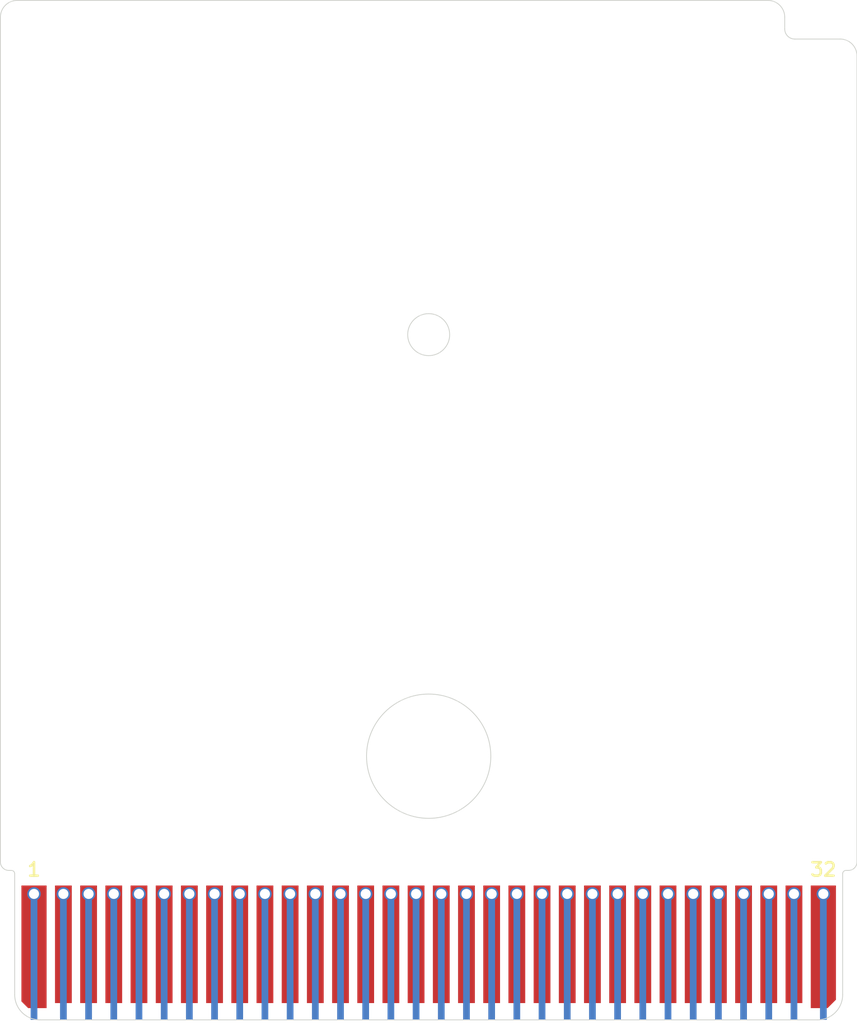
<source format=kicad_pcb>
(kicad_pcb (version 20171130) (host pcbnew "(5.1.6-0-10_14)")

  (general
    (thickness 0.8)
    (drawings 22)
    (tracks 0)
    (zones 0)
    (modules 1)
    (nets 33)
  )

  (page A4)
  (layers
    (0 F.Cu signal)
    (31 B.Cu signal)
    (32 B.Adhes user)
    (33 F.Adhes user)
    (34 B.Paste user)
    (35 F.Paste user)
    (36 B.SilkS user)
    (37 F.SilkS user)
    (38 B.Mask user)
    (39 F.Mask user hide)
    (40 Dwgs.User user)
    (41 Cmts.User user)
    (42 Eco1.User user)
    (43 Eco2.User user)
    (44 Edge.Cuts user)
    (45 Margin user)
    (46 B.CrtYd user)
    (47 F.CrtYd user)
    (48 B.Fab user)
    (49 F.Fab user)
  )

  (setup
    (last_trace_width 0.25)
    (trace_clearance 0.2)
    (zone_clearance 0.508)
    (zone_45_only no)
    (trace_min 0.2)
    (via_size 0.8)
    (via_drill 0.4)
    (via_min_size 0.4)
    (via_min_drill 0.3)
    (uvia_size 0.3)
    (uvia_drill 0.1)
    (uvias_allowed no)
    (uvia_min_size 0.2)
    (uvia_min_drill 0.1)
    (edge_width 0.05)
    (segment_width 0.2)
    (pcb_text_width 0.3)
    (pcb_text_size 1.5 1.5)
    (mod_edge_width 0.12)
    (mod_text_size 1 1)
    (mod_text_width 0.15)
    (pad_size 1.524 1.524)
    (pad_drill 0.762)
    (pad_to_mask_clearance 0.05)
    (aux_axis_origin 0 0)
    (visible_elements FFFFFF7F)
    (pcbplotparams
      (layerselection 0x010fc_ffffffff)
      (usegerberextensions false)
      (usegerberattributes true)
      (usegerberadvancedattributes true)
      (creategerberjobfile true)
      (excludeedgelayer true)
      (linewidth 0.100000)
      (plotframeref false)
      (viasonmask false)
      (mode 1)
      (useauxorigin false)
      (hpglpennumber 1)
      (hpglpenspeed 20)
      (hpglpendiameter 15.000000)
      (psnegative false)
      (psa4output false)
      (plotreference true)
      (plotvalue true)
      (plotinvisibletext false)
      (padsonsilk false)
      (subtractmaskfromsilk false)
      (outputformat 1)
      (mirror false)
      (drillshape 1)
      (scaleselection 1)
      (outputdirectory ""))
  )

  (net 0 "")
  (net 1 "Net-(J1-Pad32)")
  (net 2 "Net-(J1-Pad1)")
  (net 3 "Net-(J1-Pad31)")
  (net 4 "Net-(J1-Pad30)")
  (net 5 "Net-(J1-Pad29)")
  (net 6 "Net-(J1-Pad28)")
  (net 7 "Net-(J1-Pad27)")
  (net 8 "Net-(J1-Pad26)")
  (net 9 "Net-(J1-Pad25)")
  (net 10 "Net-(J1-Pad24)")
  (net 11 "Net-(J1-Pad23)")
  (net 12 "Net-(J1-Pad22)")
  (net 13 "Net-(J1-Pad21)")
  (net 14 "Net-(J1-Pad20)")
  (net 15 "Net-(J1-Pad19)")
  (net 16 "Net-(J1-Pad18)")
  (net 17 "Net-(J1-Pad17)")
  (net 18 "Net-(J1-Pad16)")
  (net 19 "Net-(J1-Pad15)")
  (net 20 "Net-(J1-Pad14)")
  (net 21 "Net-(J1-Pad13)")
  (net 22 "Net-(J1-Pad12)")
  (net 23 "Net-(J1-Pad11)")
  (net 24 "Net-(J1-Pad10)")
  (net 25 "Net-(J1-Pad9)")
  (net 26 "Net-(J1-Pad8)")
  (net 27 "Net-(J1-Pad7)")
  (net 28 "Net-(J1-Pad6)")
  (net 29 "Net-(J1-Pad5)")
  (net 30 "Net-(J1-Pad4)")
  (net 31 "Net-(J1-Pad3)")
  (net 32 "Net-(J1-Pad2)")

  (net_class Default "This is the default net class."
    (clearance 0.2)
    (trace_width 0.25)
    (via_dia 0.8)
    (via_drill 0.4)
    (uvia_dia 0.3)
    (uvia_drill 0.1)
    (add_net "Net-(J1-Pad1)")
    (add_net "Net-(J1-Pad10)")
    (add_net "Net-(J1-Pad11)")
    (add_net "Net-(J1-Pad12)")
    (add_net "Net-(J1-Pad13)")
    (add_net "Net-(J1-Pad14)")
    (add_net "Net-(J1-Pad15)")
    (add_net "Net-(J1-Pad16)")
    (add_net "Net-(J1-Pad17)")
    (add_net "Net-(J1-Pad18)")
    (add_net "Net-(J1-Pad19)")
    (add_net "Net-(J1-Pad2)")
    (add_net "Net-(J1-Pad20)")
    (add_net "Net-(J1-Pad21)")
    (add_net "Net-(J1-Pad22)")
    (add_net "Net-(J1-Pad23)")
    (add_net "Net-(J1-Pad24)")
    (add_net "Net-(J1-Pad25)")
    (add_net "Net-(J1-Pad26)")
    (add_net "Net-(J1-Pad27)")
    (add_net "Net-(J1-Pad28)")
    (add_net "Net-(J1-Pad29)")
    (add_net "Net-(J1-Pad3)")
    (add_net "Net-(J1-Pad30)")
    (add_net "Net-(J1-Pad31)")
    (add_net "Net-(J1-Pad32)")
    (add_net "Net-(J1-Pad4)")
    (add_net "Net-(J1-Pad5)")
    (add_net "Net-(J1-Pad6)")
    (add_net "Net-(J1-Pad7)")
    (add_net "Net-(J1-Pad8)")
    (add_net "Net-(J1-Pad9)")
  )

  (module Connector_GameBoy:GameBoy_GamePak_CGB-002_P1.50mm_Edge (layer F.Cu) (tedit 5EDD6547) (tstamp 5EDD66E2)
    (at 150 130.8)
    (descr "Game Boy Game Pak (CGB) edge connector")
    (tags "game boy game pak cgb gbc color edge connector")
    (path /5EDD43EE)
    (fp_text reference J1 (at -22.05 -9.05) (layer F.Fab) hide
      (effects (font (size 1 1) (thickness 0.15)) (justify left))
    )
    (fp_text value GameBoy_GamePak_CGB-002 (at 0 1.5) (layer F.Fab) hide
      (effects (font (size 1 1) (thickness 0.15)))
    )
    (fp_arc (start 24.85 -8.7) (end 24.85 -8.9) (angle -90) (layer F.Fab) (width 0.05))
    (fp_arc (start 25 -9.4) (end 25 -8.9) (angle -90) (layer F.Fab) (width 0.05))
    (fp_arc (start -24.85 -8.7) (end -24.65 -8.7) (angle -90) (layer F.Fab) (width 0.05))
    (fp_arc (start -25 -9.4) (end -25.5 -9.4) (angle -90) (layer F.Fab) (width 0.05))
    (fp_text user 32 (at 23.5 -8.95) (layer F.SilkS)
      (effects (font (size 0.8 0.8) (thickness 0.15)))
    )
    (fp_arc (start 23.15 -1.5) (end 23.15 0) (angle -90) (layer F.Fab) (width 0.05))
    (fp_arc (start -23.15 -1.5) (end -24.65 -1.5) (angle -90) (layer F.Fab) (width 0.05))
    (fp_text user 1 (at -23.5 -8.95) (layer F.SilkS)
      (effects (font (size 0.8 0.8) (thickness 0.15)))
    )
    (fp_poly (pts (xy -23.3 0) (xy -23.7 0) (xy -23.7 -7.2) (xy -23.3 -7.2)) (layer B.Cu) (width 0))
    (fp_poly (pts (xy -21.55 0) (xy -21.95 0) (xy -21.95 -7.2) (xy -21.55 -7.2)) (layer B.Cu) (width 0))
    (fp_line (start -23.15 0) (end 23.15 0) (layer F.Fab) (width 0.05))
    (fp_poly (pts (xy 24.9 0.25) (xy -24.9 0.25) (xy -24.9 -7) (xy 24.9 -7)) (layer F.Mask) (width 0))
    (fp_line (start 24.65 -1.5) (end 24.65 -8.7) (layer F.Fab) (width 0.05))
    (fp_line (start -25 -8.9) (end -24.85 -8.9) (layer F.Fab) (width 0.05))
    (fp_line (start 24.85 -8.9) (end 25 -8.9) (layer F.Fab) (width 0.05))
    (fp_line (start -24.65 -1.5) (end -24.65 -8.7) (layer F.Fab) (width 0.05))
    (fp_poly (pts (xy 23.7 0) (xy 23.3 0) (xy 23.3 -7.2) (xy 23.7 -7.2)) (layer B.Cu) (width 0))
    (fp_poly (pts (xy -20.05 0) (xy -20.45 0) (xy -20.45 -7.2) (xy -20.05 -7.2)) (layer B.Cu) (width 0))
    (fp_poly (pts (xy -18.55 0) (xy -18.95 0) (xy -18.95 -7.2) (xy -18.55 -7.2)) (layer B.Cu) (width 0))
    (fp_poly (pts (xy -17.05 0) (xy -17.45 0) (xy -17.45 -7.2) (xy -17.05 -7.2)) (layer B.Cu) (width 0))
    (fp_poly (pts (xy -15.55 0) (xy -15.95 0) (xy -15.95 -7.2) (xy -15.55 -7.2)) (layer B.Cu) (width 0))
    (fp_poly (pts (xy -14.05 0) (xy -14.45 0) (xy -14.45 -7.2) (xy -14.05 -7.2)) (layer B.Cu) (width 0))
    (fp_poly (pts (xy -12.55 0) (xy -12.95 0) (xy -12.95 -7.2) (xy -12.55 -7.2)) (layer B.Cu) (width 0))
    (fp_poly (pts (xy -11.05 0) (xy -11.45 0) (xy -11.45 -7.2) (xy -11.05 -7.2)) (layer B.Cu) (width 0))
    (fp_poly (pts (xy -9.55 0) (xy -9.95 0) (xy -9.95 -7.2) (xy -9.55 -7.2)) (layer B.Cu) (width 0))
    (fp_poly (pts (xy -8.05 0) (xy -8.45 0) (xy -8.45 -7.2) (xy -8.05 -7.2)) (layer B.Cu) (width 0))
    (fp_poly (pts (xy -6.55 0) (xy -6.95 0) (xy -6.95 -7.2) (xy -6.55 -7.2)) (layer B.Cu) (width 0))
    (fp_poly (pts (xy -5.05 0) (xy -5.45 0) (xy -5.45 -7.2) (xy -5.05 -7.2)) (layer B.Cu) (width 0))
    (fp_poly (pts (xy -3.55 0) (xy -3.95 0) (xy -3.95 -7.2) (xy -3.55 -7.2)) (layer B.Cu) (width 0))
    (fp_poly (pts (xy -2.05 0) (xy -2.45 0) (xy -2.45 -7.2) (xy -2.05 -7.2)) (layer B.Cu) (width 0))
    (fp_poly (pts (xy -0.55 0) (xy -0.95 0) (xy -0.95 -7.2) (xy -0.55 -7.2)) (layer B.Cu) (width 0))
    (fp_poly (pts (xy 0.95 0) (xy 0.55 0) (xy 0.55 -7.2) (xy 0.95 -7.2)) (layer B.Cu) (width 0))
    (fp_poly (pts (xy 2.45 0) (xy 2.05 0) (xy 2.05 -7.2) (xy 2.45 -7.2)) (layer B.Cu) (width 0))
    (fp_poly (pts (xy 3.95 0) (xy 3.55 0) (xy 3.55 -7.2) (xy 3.95 -7.2)) (layer B.Cu) (width 0))
    (fp_poly (pts (xy 5.45 0) (xy 5.05 0) (xy 5.05 -7.2) (xy 5.45 -7.2)) (layer B.Cu) (width 0))
    (fp_poly (pts (xy 6.95 0) (xy 6.55 0) (xy 6.55 -7.2) (xy 6.95 -7.2)) (layer B.Cu) (width 0))
    (fp_poly (pts (xy 8.45 0) (xy 8.05 0) (xy 8.05 -7.2) (xy 8.45 -7.2)) (layer B.Cu) (width 0))
    (fp_poly (pts (xy 9.95 0) (xy 9.55 0) (xy 9.55 -7.2) (xy 9.95 -7.2)) (layer B.Cu) (width 0))
    (fp_poly (pts (xy 11.45 0) (xy 11.05 0) (xy 11.05 -7.2) (xy 11.45 -7.2)) (layer B.Cu) (width 0))
    (fp_poly (pts (xy 12.95 0) (xy 12.55 0) (xy 12.55 -7.2) (xy 12.95 -7.2)) (layer B.Cu) (width 0))
    (fp_poly (pts (xy 14.45 0) (xy 14.05 0) (xy 14.05 -7.2) (xy 14.45 -7.2)) (layer B.Cu) (width 0))
    (fp_poly (pts (xy 15.95 0) (xy 15.55 0) (xy 15.55 -7.2) (xy 15.95 -7.2)) (layer B.Cu) (width 0))
    (fp_poly (pts (xy 17.45 0) (xy 17.05 0) (xy 17.05 -7.2) (xy 17.45 -7.2)) (layer B.Cu) (width 0))
    (fp_poly (pts (xy 18.95 0) (xy 18.55 0) (xy 18.55 -7.2) (xy 18.95 -7.2)) (layer B.Cu) (width 0))
    (fp_poly (pts (xy 20.45 0) (xy 20.05 0) (xy 20.05 -7.2) (xy 20.45 -7.2)) (layer B.Cu) (width 0))
    (fp_poly (pts (xy 21.95 0) (xy 21.55 0) (xy 21.55 -7.2) (xy 21.95 -7.2)) (layer B.Cu) (width 0))
    (pad 32 connect custom (at 23.5 -7.5) (size 0.8 0.8) (layers F.Cu)
      (net 1 "Net-(J1-Pad32)") (zone_connect 0)
      (options (clearance outline) (anchor rect))
      (primitives
        (gr_poly (pts
           (xy -0.75 6.8) (xy -0.75 -0.5) (xy 0.75 -0.5) (xy 0.75 6.3) (xy 0.25 6.8)
) (width 0))
      ))
    (pad 1 connect custom (at -23.5 -7.5) (size 0.8 0.8) (layers F.Cu)
      (net 2 "Net-(J1-Pad1)") (zone_connect 0)
      (options (clearance outline) (anchor rect))
      (primitives
        (gr_poly (pts
           (xy -0.75 6.4) (xy -0.75 -0.5) (xy 0.75 -0.5) (xy 0.75 6.8) (xy -0.35 6.8)
) (width 0))
      ))
    (pad 31 thru_hole circle (at 21.75 -7.5) (size 0.8 0.8) (drill 0.6) (layers *.Cu *.Mask)
      (net 3 "Net-(J1-Pad31)"))
    (pad 30 thru_hole circle (at 20.25 -7.5) (size 0.8 0.8) (drill 0.6) (layers *.Cu *.Mask)
      (net 4 "Net-(J1-Pad30)"))
    (pad 29 thru_hole circle (at 18.75 -7.5) (size 0.8 0.8) (drill 0.6) (layers *.Cu *.Mask)
      (net 5 "Net-(J1-Pad29)"))
    (pad 28 thru_hole circle (at 17.25 -7.5) (size 0.8 0.8) (drill 0.6) (layers *.Cu *.Mask)
      (net 6 "Net-(J1-Pad28)"))
    (pad 27 thru_hole circle (at 15.75 -7.5) (size 0.8 0.8) (drill 0.6) (layers *.Cu *.Mask)
      (net 7 "Net-(J1-Pad27)"))
    (pad 26 thru_hole circle (at 14.25 -7.5) (size 0.8 0.8) (drill 0.6) (layers *.Cu *.Mask)
      (net 8 "Net-(J1-Pad26)"))
    (pad 25 thru_hole circle (at 12.75 -7.5) (size 0.8 0.8) (drill 0.6) (layers *.Cu *.Mask)
      (net 9 "Net-(J1-Pad25)"))
    (pad 24 thru_hole circle (at 11.25 -7.5) (size 0.8 0.8) (drill 0.6) (layers *.Cu *.Mask)
      (net 10 "Net-(J1-Pad24)"))
    (pad 23 thru_hole circle (at 9.75 -7.5) (size 0.8 0.8) (drill 0.6) (layers *.Cu *.Mask)
      (net 11 "Net-(J1-Pad23)"))
    (pad 22 thru_hole circle (at 8.25 -7.5) (size 0.8 0.8) (drill 0.6) (layers *.Cu *.Mask)
      (net 12 "Net-(J1-Pad22)"))
    (pad 21 thru_hole circle (at 6.75 -7.5) (size 0.8 0.8) (drill 0.6) (layers *.Cu *.Mask)
      (net 13 "Net-(J1-Pad21)"))
    (pad 20 thru_hole circle (at 5.25 -7.5) (size 0.8 0.8) (drill 0.6) (layers *.Cu *.Mask)
      (net 14 "Net-(J1-Pad20)"))
    (pad 19 thru_hole circle (at 3.75 -7.5) (size 0.8 0.8) (drill 0.6) (layers *.Cu *.Mask)
      (net 15 "Net-(J1-Pad19)"))
    (pad 18 thru_hole circle (at 2.25 -7.5) (size 0.8 0.8) (drill 0.6) (layers *.Cu *.Mask)
      (net 16 "Net-(J1-Pad18)"))
    (pad 17 thru_hole circle (at 0.75 -7.5) (size 0.8 0.8) (drill 0.6) (layers *.Cu *.Mask)
      (net 17 "Net-(J1-Pad17)"))
    (pad 16 thru_hole circle (at -0.75 -7.5) (size 0.8 0.8) (drill 0.6) (layers *.Cu *.Mask)
      (net 18 "Net-(J1-Pad16)"))
    (pad 15 thru_hole circle (at -2.25 -7.5) (size 0.8 0.8) (drill 0.6) (layers *.Cu *.Mask)
      (net 19 "Net-(J1-Pad15)"))
    (pad 14 thru_hole circle (at -3.75 -7.5) (size 0.8 0.8) (drill 0.6) (layers *.Cu *.Mask)
      (net 20 "Net-(J1-Pad14)"))
    (pad 13 thru_hole circle (at -5.25 -7.5) (size 0.8 0.8) (drill 0.6) (layers *.Cu *.Mask)
      (net 21 "Net-(J1-Pad13)"))
    (pad 12 thru_hole circle (at -6.75 -7.5) (size 0.8 0.8) (drill 0.6) (layers *.Cu *.Mask)
      (net 22 "Net-(J1-Pad12)"))
    (pad 11 thru_hole circle (at -8.25 -7.5) (size 0.8 0.8) (drill 0.6) (layers *.Cu *.Mask)
      (net 23 "Net-(J1-Pad11)"))
    (pad 10 thru_hole circle (at -9.75 -7.5) (size 0.8 0.8) (drill 0.6) (layers *.Cu *.Mask)
      (net 24 "Net-(J1-Pad10)"))
    (pad 9 thru_hole circle (at -11.25 -7.5) (size 0.8 0.8) (drill 0.6) (layers *.Cu *.Mask)
      (net 25 "Net-(J1-Pad9)"))
    (pad 8 thru_hole circle (at -12.75 -7.5) (size 0.8 0.8) (drill 0.6) (layers *.Cu *.Mask)
      (net 26 "Net-(J1-Pad8)"))
    (pad 7 thru_hole circle (at -14.25 -7.5) (size 0.8 0.8) (drill 0.6) (layers *.Cu *.Mask)
      (net 27 "Net-(J1-Pad7)"))
    (pad 6 thru_hole circle (at -15.75 -7.5) (size 0.8 0.8) (drill 0.6) (layers *.Cu *.Mask)
      (net 28 "Net-(J1-Pad6)"))
    (pad 5 thru_hole circle (at -17.25 -7.5) (size 0.8 0.8) (drill 0.6) (layers *.Cu *.Mask)
      (net 29 "Net-(J1-Pad5)"))
    (pad 4 thru_hole circle (at -18.75 -7.5) (size 0.8 0.8) (drill 0.6) (layers *.Cu *.Mask)
      (net 30 "Net-(J1-Pad4)"))
    (pad 3 thru_hole circle (at -20.25 -7.5) (size 0.8 0.8) (drill 0.6) (layers *.Cu *.Mask)
      (net 31 "Net-(J1-Pad3)"))
    (pad 31 connect custom (at 21.75 -7.5) (size 0.8 0.8) (layers F.Cu)
      (net 3 "Net-(J1-Pad31)")
      (options (clearance outline) (anchor rect))
      (primitives
        (gr_poly (pts
           (xy 0.5 6.5) (xy -0.5 6.5) (xy -0.5 -0.5) (xy 0.5 -0.5)) (width 0))
      ))
    (pad 30 connect custom (at 20.25 -7.5) (size 0.8 0.8) (layers F.Cu)
      (net 4 "Net-(J1-Pad30)")
      (options (clearance outline) (anchor rect))
      (primitives
        (gr_poly (pts
           (xy 0.5 6.5) (xy -0.5 6.5) (xy -0.5 -0.5) (xy 0.5 -0.5)) (width 0))
      ))
    (pad 29 connect custom (at 18.75 -7.5) (size 0.8 0.8) (layers F.Cu)
      (net 5 "Net-(J1-Pad29)")
      (options (clearance outline) (anchor rect))
      (primitives
        (gr_poly (pts
           (xy 0.5 6.5) (xy -0.5 6.5) (xy -0.5 -0.5) (xy 0.5 -0.5)) (width 0))
      ))
    (pad 28 connect custom (at 17.25 -7.5) (size 0.8 0.8) (layers F.Cu)
      (net 6 "Net-(J1-Pad28)")
      (options (clearance outline) (anchor rect))
      (primitives
        (gr_poly (pts
           (xy 0.5 6.5) (xy -0.5 6.5) (xy -0.5 -0.5) (xy 0.5 -0.5)) (width 0))
      ))
    (pad 27 connect custom (at 15.75 -7.5) (size 0.8 0.8) (layers F.Cu)
      (net 7 "Net-(J1-Pad27)")
      (options (clearance outline) (anchor rect))
      (primitives
        (gr_poly (pts
           (xy 0.5 6.5) (xy -0.5 6.5) (xy -0.5 -0.5) (xy 0.5 -0.5)) (width 0))
      ))
    (pad 26 connect custom (at 14.25 -7.5) (size 0.8 0.8) (layers F.Cu)
      (net 8 "Net-(J1-Pad26)")
      (options (clearance outline) (anchor rect))
      (primitives
        (gr_poly (pts
           (xy 0.5 6.5) (xy -0.5 6.5) (xy -0.5 -0.5) (xy 0.5 -0.5)) (width 0))
      ))
    (pad 25 connect custom (at 12.75 -7.5) (size 0.8 0.8) (layers F.Cu)
      (net 9 "Net-(J1-Pad25)")
      (options (clearance outline) (anchor rect))
      (primitives
        (gr_poly (pts
           (xy 0.5 6.5) (xy -0.5 6.5) (xy -0.5 -0.5) (xy 0.5 -0.5)) (width 0))
      ))
    (pad 24 connect custom (at 11.25 -7.5) (size 0.8 0.8) (layers F.Cu)
      (net 10 "Net-(J1-Pad24)")
      (options (clearance outline) (anchor rect))
      (primitives
        (gr_poly (pts
           (xy 0.5 6.5) (xy -0.5 6.5) (xy -0.5 -0.5) (xy 0.5 -0.5)) (width 0))
      ))
    (pad 23 connect custom (at 9.75 -7.5) (size 0.8 0.8) (layers F.Cu)
      (net 11 "Net-(J1-Pad23)")
      (options (clearance outline) (anchor rect))
      (primitives
        (gr_poly (pts
           (xy 0.5 6.5) (xy -0.5 6.5) (xy -0.5 -0.5) (xy 0.5 -0.5)) (width 0))
      ))
    (pad 22 connect custom (at 8.25 -7.5) (size 0.8 0.8) (layers F.Cu)
      (net 12 "Net-(J1-Pad22)")
      (options (clearance outline) (anchor rect))
      (primitives
        (gr_poly (pts
           (xy 0.5 6.5) (xy -0.5 6.5) (xy -0.5 -0.5) (xy 0.5 -0.5)) (width 0))
      ))
    (pad 21 connect custom (at 6.75 -7.5) (size 0.8 0.8) (layers F.Cu)
      (net 13 "Net-(J1-Pad21)")
      (options (clearance outline) (anchor rect))
      (primitives
        (gr_poly (pts
           (xy 0.5 6.5) (xy -0.5 6.5) (xy -0.5 -0.5) (xy 0.5 -0.5)) (width 0))
      ))
    (pad 20 connect custom (at 5.25 -7.5) (size 0.8 0.8) (layers F.Cu)
      (net 14 "Net-(J1-Pad20)")
      (options (clearance outline) (anchor rect))
      (primitives
        (gr_poly (pts
           (xy 0.5 6.5) (xy -0.5 6.5) (xy -0.5 -0.5) (xy 0.5 -0.5)) (width 0))
      ))
    (pad 19 connect custom (at 3.75 -7.5) (size 0.8 0.8) (layers F.Cu)
      (net 15 "Net-(J1-Pad19)")
      (options (clearance outline) (anchor rect))
      (primitives
        (gr_poly (pts
           (xy 0.5 6.5) (xy -0.5 6.5) (xy -0.5 -0.5) (xy 0.5 -0.5)) (width 0))
      ))
    (pad 18 connect custom (at 2.25 -7.5) (size 0.8 0.8) (layers F.Cu)
      (net 16 "Net-(J1-Pad18)")
      (options (clearance outline) (anchor rect))
      (primitives
        (gr_poly (pts
           (xy 0.5 6.5) (xy -0.5 6.5) (xy -0.5 -0.5) (xy 0.5 -0.5)) (width 0))
      ))
    (pad 17 connect custom (at 0.75 -7.5) (size 0.8 0.8) (layers F.Cu)
      (net 17 "Net-(J1-Pad17)")
      (options (clearance outline) (anchor rect))
      (primitives
        (gr_poly (pts
           (xy 0.5 6.5) (xy -0.5 6.5) (xy -0.5 -0.5) (xy 0.5 -0.5)) (width 0))
      ))
    (pad 16 connect custom (at -0.75 -7.5) (size 0.8 0.8) (layers F.Cu)
      (net 18 "Net-(J1-Pad16)")
      (options (clearance outline) (anchor rect))
      (primitives
        (gr_poly (pts
           (xy 0.5 6.5) (xy -0.5 6.5) (xy -0.5 -0.5) (xy 0.5 -0.5)) (width 0))
      ))
    (pad 15 connect custom (at -2.25 -7.5) (size 0.8 0.8) (layers F.Cu)
      (net 19 "Net-(J1-Pad15)")
      (options (clearance outline) (anchor rect))
      (primitives
        (gr_poly (pts
           (xy 0.5 6.5) (xy -0.5 6.5) (xy -0.5 -0.5) (xy 0.5 -0.5)) (width 0))
      ))
    (pad 14 connect custom (at -3.75 -7.5) (size 0.8 0.8) (layers F.Cu)
      (net 20 "Net-(J1-Pad14)")
      (options (clearance outline) (anchor rect))
      (primitives
        (gr_poly (pts
           (xy 0.5 6.5) (xy -0.5 6.5) (xy -0.5 -0.5) (xy 0.5 -0.5)) (width 0))
      ))
    (pad 13 connect custom (at -5.25 -7.5) (size 0.8 0.8) (layers F.Cu)
      (net 21 "Net-(J1-Pad13)")
      (options (clearance outline) (anchor rect))
      (primitives
        (gr_poly (pts
           (xy 0.5 6.5) (xy -0.5 6.5) (xy -0.5 -0.5) (xy 0.5 -0.5)) (width 0))
      ))
    (pad 12 connect custom (at -6.75 -7.5) (size 0.8 0.8) (layers F.Cu)
      (net 22 "Net-(J1-Pad12)")
      (options (clearance outline) (anchor rect))
      (primitives
        (gr_poly (pts
           (xy 0.5 6.5) (xy -0.5 6.5) (xy -0.5 -0.5) (xy 0.5 -0.5)) (width 0))
      ))
    (pad 11 connect custom (at -8.25 -7.5) (size 0.8 0.8) (layers F.Cu)
      (net 23 "Net-(J1-Pad11)")
      (options (clearance outline) (anchor rect))
      (primitives
        (gr_poly (pts
           (xy 0.5 6.5) (xy -0.5 6.5) (xy -0.5 -0.5) (xy 0.5 -0.5)) (width 0))
      ))
    (pad 10 connect custom (at -9.75 -7.5) (size 0.8 0.8) (layers F.Cu)
      (net 24 "Net-(J1-Pad10)")
      (options (clearance outline) (anchor rect))
      (primitives
        (gr_poly (pts
           (xy 0.5 6.5) (xy -0.5 6.5) (xy -0.5 -0.5) (xy 0.5 -0.5)) (width 0))
      ))
    (pad 9 connect custom (at -11.25 -7.5) (size 0.8 0.8) (layers F.Cu)
      (net 25 "Net-(J1-Pad9)")
      (options (clearance outline) (anchor rect))
      (primitives
        (gr_poly (pts
           (xy 0.5 6.5) (xy -0.5 6.5) (xy -0.5 -0.5) (xy 0.5 -0.5)) (width 0))
      ))
    (pad 8 connect custom (at -12.75 -7.5) (size 0.8 0.8) (layers F.Cu)
      (net 26 "Net-(J1-Pad8)")
      (options (clearance outline) (anchor rect))
      (primitives
        (gr_poly (pts
           (xy 0.5 6.5) (xy -0.5 6.5) (xy -0.5 -0.5) (xy 0.5 -0.5)) (width 0))
      ))
    (pad 7 connect custom (at -14.25 -7.5) (size 0.8 0.8) (layers F.Cu)
      (net 27 "Net-(J1-Pad7)")
      (options (clearance outline) (anchor rect))
      (primitives
        (gr_poly (pts
           (xy 0.5 6.5) (xy -0.5 6.5) (xy -0.5 -0.5) (xy 0.5 -0.5)) (width 0))
      ))
    (pad 6 connect custom (at -15.75 -7.5) (size 0.8 0.8) (layers F.Cu)
      (net 28 "Net-(J1-Pad6)")
      (options (clearance outline) (anchor rect))
      (primitives
        (gr_poly (pts
           (xy 0.5 6.5) (xy -0.5 6.5) (xy -0.5 -0.5) (xy 0.5 -0.5)) (width 0))
      ))
    (pad 5 connect custom (at -17.25 -7.5) (size 0.8 0.8) (layers F.Cu)
      (net 29 "Net-(J1-Pad5)")
      (options (clearance outline) (anchor rect))
      (primitives
        (gr_poly (pts
           (xy 0.5 6.5) (xy -0.5 6.5) (xy -0.5 -0.5) (xy 0.5 -0.5)) (width 0))
      ))
    (pad 4 connect custom (at -18.75 -7.5) (size 0.8 0.8) (layers F.Cu)
      (net 30 "Net-(J1-Pad4)")
      (options (clearance outline) (anchor rect))
      (primitives
        (gr_poly (pts
           (xy 0.5 6.5) (xy -0.5 6.5) (xy -0.5 -0.5) (xy 0.5 -0.5)) (width 0))
      ))
    (pad 3 connect custom (at -20.25 -7.5) (size 0.8 0.8) (layers F.Cu)
      (net 31 "Net-(J1-Pad3)")
      (options (clearance outline) (anchor rect))
      (primitives
        (gr_poly (pts
           (xy 0.5 6.5) (xy -0.5 6.5) (xy -0.5 -0.5) (xy 0.5 -0.5)) (width 0))
      ))
    (pad 2 connect custom (at -21.75 -7.5) (size 0.8 0.8) (layers F.Cu)
      (net 32 "Net-(J1-Pad2)")
      (options (clearance outline) (anchor rect))
      (primitives
        (gr_poly (pts
           (xy 0.5 6.5) (xy -0.5 6.5) (xy -0.5 -0.5) (xy 0.5 -0.5)) (width 0))
      ))
    (pad 32 thru_hole circle (at 23.5 -7.5) (size 0.8 0.8) (drill 0.6) (layers *.Cu *.Mask)
      (net 1 "Net-(J1-Pad32)"))
    (pad 1 thru_hole circle (at -23.5 -7.5) (size 0.8 0.8) (drill 0.6) (layers *.Cu *.Mask)
      (net 2 "Net-(J1-Pad1)"))
    (pad 2 thru_hole circle (at -21.75 -7.5) (size 0.8 0.8) (drill 0.6) (layers *.Cu *.Mask)
      (net 32 "Net-(J1-Pad2)"))
  )

  (gr_arc (start 125.15 122.1) (end 125.35 122.1) (angle -90) (layer Edge.Cuts) (width 0.05) (tstamp 5EDBF176))
  (gr_arc (start 126.85 129.3) (end 125.35 129.3) (angle -90) (layer Edge.Cuts) (width 0.05) (tstamp 5EDBF175))
  (gr_arc (start 173.15 129.3) (end 173.15 130.8) (angle -90) (layer Edge.Cuts) (width 0.05) (tstamp 5EDBF174))
  (gr_arc (start 125.5 71.1) (end 125.5 70.1) (angle -90) (layer Edge.Cuts) (width 0.05) (tstamp 5EDBF173))
  (gr_line (start 125.35 129.3) (end 125.35 122.1) (layer Edge.Cuts) (width 0.05) (tstamp 5EDBF172))
  (gr_arc (start 174.85 122.1) (end 174.85 121.9) (angle -90) (layer Edge.Cuts) (width 0.05) (tstamp 5EDBF171))
  (gr_arc (start 125 121.4) (end 124.5 121.4) (angle -90) (layer Edge.Cuts) (width 0.05) (tstamp 5EDBF170))
  (gr_arc (start 175 121.4) (end 175 121.9) (angle -90) (layer Edge.Cuts) (width 0.05) (tstamp 5EDBF16F))
  (gr_line (start 125.5 70.1) (end 170.2 70.1) (layer Edge.Cuts) (width 0.05) (tstamp 5EDBF16E))
  (gr_line (start 175 121.9) (end 174.85 121.9) (layer Edge.Cuts) (width 0.05) (tstamp 5EDBF16D))
  (gr_arc (start 174.5 73.4) (end 175.5 73.4) (angle -90) (layer Edge.Cuts) (width 0.05) (tstamp 5EDBF16C))
  (gr_line (start 173.15 130.8) (end 126.85 130.8) (layer Edge.Cuts) (width 0.05) (tstamp 5EDBF16B))
  (gr_line (start 174.65 129.3) (end 174.65 122.1) (layer Edge.Cuts) (width 0.05) (tstamp 5EDBF16A))
  (gr_line (start 125.15 121.9) (end 125 121.9) (layer Edge.Cuts) (width 0.05) (tstamp 5EDBF169))
  (gr_line (start 175.5 121.4) (end 175.5 73.4) (layer Edge.Cuts) (width 0.05) (tstamp 5EDBF168))
  (gr_line (start 124.5 121.4) (end 124.5 71.1) (layer Edge.Cuts) (width 0.05) (tstamp 5EDBF167))
  (gr_line (start 171.2 71.1) (end 171.2 71.8) (layer Edge.Cuts) (width 0.05) (tstamp 5EDBF166))
  (gr_line (start 171.8 72.4) (end 174.5 72.4) (layer Edge.Cuts) (width 0.05) (tstamp 5EDBF165))
  (gr_arc (start 170.2 71.1) (end 171.2 71.1) (angle -90) (layer Edge.Cuts) (width 0.05) (tstamp 5EDBF164))
  (gr_arc (start 171.8 71.8) (end 171.2 71.8) (angle -90) (layer Edge.Cuts) (width 0.05) (tstamp 5EDBF163))
  (gr_circle (center 150 115.1) (end 153.7 115.1) (layer Edge.Cuts) (width 0.05) (tstamp 5EDBF162))
  (gr_circle (center 150 90) (end 151.25 90) (layer Edge.Cuts) (width 0.05) (tstamp 5EDBF161))

)

</source>
